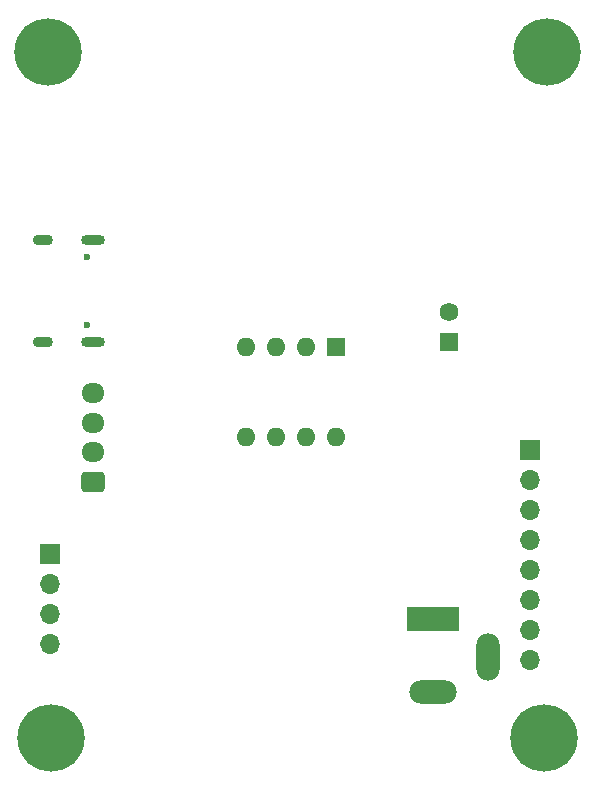
<source format=gbr>
%TF.GenerationSoftware,KiCad,Pcbnew,8.0.3*%
%TF.CreationDate,2024-07-09T19:18:38+01:00*%
%TF.ProjectId,LEDStrip,4c454453-7472-4697-902e-6b696361645f,rev?*%
%TF.SameCoordinates,Original*%
%TF.FileFunction,Soldermask,Bot*%
%TF.FilePolarity,Negative*%
%FSLAX46Y46*%
G04 Gerber Fmt 4.6, Leading zero omitted, Abs format (unit mm)*
G04 Created by KiCad (PCBNEW 8.0.3) date 2024-07-09 19:18:38*
%MOMM*%
%LPD*%
G01*
G04 APERTURE LIST*
G04 Aperture macros list*
%AMRoundRect*
0 Rectangle with rounded corners*
0 $1 Rounding radius*
0 $2 $3 $4 $5 $6 $7 $8 $9 X,Y pos of 4 corners*
0 Add a 4 corners polygon primitive as box body*
4,1,4,$2,$3,$4,$5,$6,$7,$8,$9,$2,$3,0*
0 Add four circle primitives for the rounded corners*
1,1,$1+$1,$2,$3*
1,1,$1+$1,$4,$5*
1,1,$1+$1,$6,$7*
1,1,$1+$1,$8,$9*
0 Add four rect primitives between the rounded corners*
20,1,$1+$1,$2,$3,$4,$5,0*
20,1,$1+$1,$4,$5,$6,$7,0*
20,1,$1+$1,$6,$7,$8,$9,0*
20,1,$1+$1,$8,$9,$2,$3,0*%
G04 Aperture macros list end*
%ADD10R,4.500000X2.000000*%
%ADD11O,4.000000X2.000000*%
%ADD12O,2.000000X4.000000*%
%ADD13C,5.700000*%
%ADD14R,1.600000X1.600000*%
%ADD15O,1.600000X1.600000*%
%ADD16C,0.600000*%
%ADD17O,2.000000X0.900000*%
%ADD18O,1.700000X0.900000*%
%ADD19RoundRect,0.250000X0.725000X-0.600000X0.725000X0.600000X-0.725000X0.600000X-0.725000X-0.600000X0*%
%ADD20O,1.950000X1.700000*%
%ADD21R,1.700000X1.700000*%
%ADD22O,1.700000X1.700000*%
%ADD23RoundRect,0.102000X-0.689000X-0.689000X0.689000X-0.689000X0.689000X0.689000X-0.689000X0.689000X0*%
%ADD24C,1.582000*%
G04 APERTURE END LIST*
D10*
%TO.C,J5*%
X161200000Y-115950000D03*
D11*
X161200000Y-122150000D03*
D12*
X165900000Y-119150000D03*
%TD*%
D13*
%TO.C,H3*%
X128600000Y-67950000D03*
%TD*%
D14*
%TO.C,U1*%
X153000000Y-92925000D03*
D15*
X150460000Y-92925000D03*
X147920000Y-92925000D03*
X145380000Y-92925000D03*
X145380000Y-100545000D03*
X147920000Y-100545000D03*
X150460000Y-100545000D03*
X153000000Y-100545000D03*
%TD*%
D16*
%TO.C,J1*%
X131920000Y-85280000D03*
X131920000Y-91060000D03*
D17*
X132400000Y-83850000D03*
D18*
X128230000Y-83850000D03*
D17*
X132400000Y-92490000D03*
D18*
X128230000Y-92490000D03*
%TD*%
D19*
%TO.C,J3*%
X132400000Y-104350000D03*
D20*
X132400000Y-101850000D03*
X132400000Y-99350000D03*
X132400000Y-96850000D03*
%TD*%
D13*
%TO.C,H4*%
X128875000Y-126000000D03*
%TD*%
D21*
%TO.C,J6*%
X128800000Y-110460000D03*
D22*
X128800000Y-113000000D03*
X128800000Y-115540000D03*
X128800000Y-118080000D03*
%TD*%
D23*
%TO.C,MK1*%
X162600000Y-92540000D03*
D24*
X162600000Y-90000000D03*
%TD*%
D21*
%TO.C,J7*%
X169400000Y-101620000D03*
D22*
X169400000Y-104160000D03*
X169400000Y-106700000D03*
X169400000Y-109240000D03*
X169400000Y-111780000D03*
X169400000Y-114320000D03*
X169400000Y-116860000D03*
X169400000Y-119400000D03*
%TD*%
D13*
%TO.C,H2*%
X170600000Y-126000000D03*
%TD*%
%TO.C,H1*%
X170875000Y-67950000D03*
%TD*%
M02*

</source>
